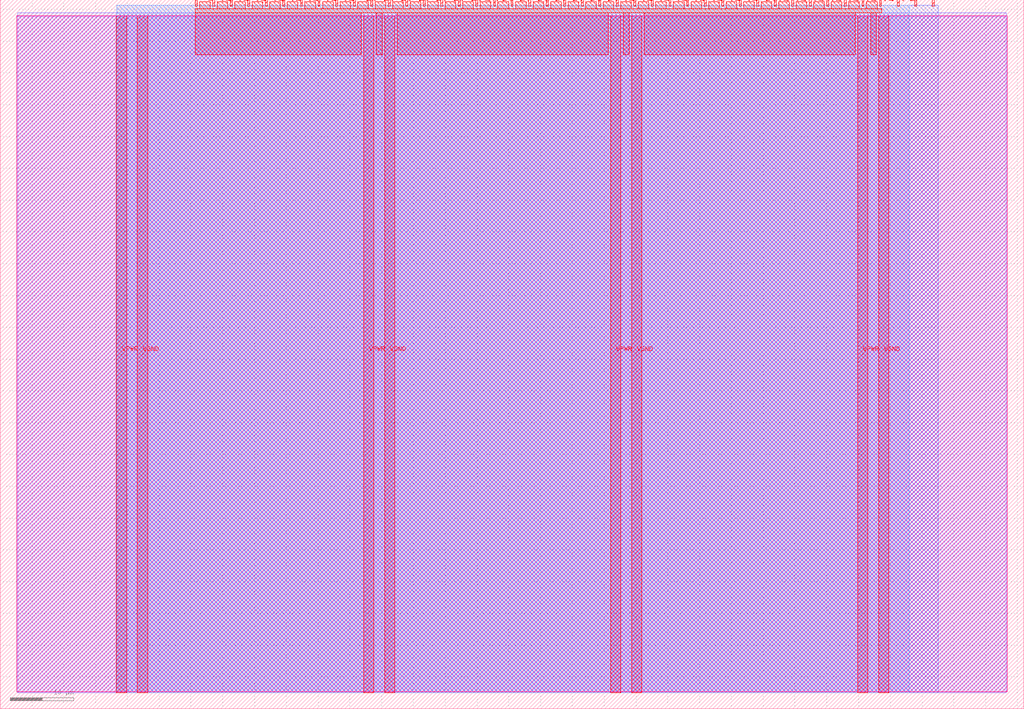
<source format=lef>
VERSION 5.7 ;
  NOWIREEXTENSIONATPIN ON ;
  DIVIDERCHAR "/" ;
  BUSBITCHARS "[]" ;
MACRO tt_um_michaelmcculloch_alu
  CLASS BLOCK ;
  FOREIGN tt_um_michaelmcculloch_alu ;
  ORIGIN 0.000 0.000 ;
  SIZE 161.000 BY 111.520 ;
  PIN VGND
    DIRECTION INOUT ;
    USE GROUND ;
    PORT
      LAYER met4 ;
        RECT 21.580 2.480 23.180 109.040 ;
    END
    PORT
      LAYER met4 ;
        RECT 60.450 2.480 62.050 109.040 ;
    END
    PORT
      LAYER met4 ;
        RECT 99.320 2.480 100.920 109.040 ;
    END
    PORT
      LAYER met4 ;
        RECT 138.190 2.480 139.790 109.040 ;
    END
  END VGND
  PIN VPWR
    DIRECTION INOUT ;
    USE POWER ;
    PORT
      LAYER met4 ;
        RECT 18.280 2.480 19.880 109.040 ;
    END
    PORT
      LAYER met4 ;
        RECT 57.150 2.480 58.750 109.040 ;
    END
    PORT
      LAYER met4 ;
        RECT 96.020 2.480 97.620 109.040 ;
    END
    PORT
      LAYER met4 ;
        RECT 134.890 2.480 136.490 109.040 ;
    END
  END VPWR
  PIN clk
    DIRECTION INPUT ;
    USE SIGNAL ;
    PORT
      LAYER met4 ;
        RECT 143.830 110.520 144.130 111.520 ;
    END
  END clk
  PIN ena
    DIRECTION INPUT ;
    USE SIGNAL ;
    PORT
      LAYER met4 ;
        RECT 146.590 110.520 146.890 111.520 ;
    END
  END ena
  PIN rst_n
    DIRECTION INPUT ;
    USE SIGNAL ;
    PORT
      LAYER met4 ;
        RECT 141.070 110.520 141.370 111.520 ;
    END
  END rst_n
  PIN ui_in[0]
    DIRECTION INPUT ;
    USE SIGNAL ;
    ANTENNAGATEAREA 0.196500 ;
    PORT
      LAYER met4 ;
        RECT 138.310 110.520 138.610 111.520 ;
    END
  END ui_in[0]
  PIN ui_in[1]
    DIRECTION INPUT ;
    USE SIGNAL ;
    ANTENNAGATEAREA 0.196500 ;
    PORT
      LAYER met4 ;
        RECT 135.550 110.520 135.850 111.520 ;
    END
  END ui_in[1]
  PIN ui_in[2]
    DIRECTION INPUT ;
    USE SIGNAL ;
    ANTENNAGATEAREA 0.213000 ;
    PORT
      LAYER met4 ;
        RECT 132.790 110.520 133.090 111.520 ;
    END
  END ui_in[2]
  PIN ui_in[3]
    DIRECTION INPUT ;
    USE SIGNAL ;
    ANTENNAGATEAREA 0.196500 ;
    PORT
      LAYER met4 ;
        RECT 130.030 110.520 130.330 111.520 ;
    END
  END ui_in[3]
  PIN ui_in[4]
    DIRECTION INPUT ;
    USE SIGNAL ;
    ANTENNAGATEAREA 0.213000 ;
    PORT
      LAYER met4 ;
        RECT 127.270 110.520 127.570 111.520 ;
    END
  END ui_in[4]
  PIN ui_in[5]
    DIRECTION INPUT ;
    USE SIGNAL ;
    ANTENNAGATEAREA 0.213000 ;
    PORT
      LAYER met4 ;
        RECT 124.510 110.520 124.810 111.520 ;
    END
  END ui_in[5]
  PIN ui_in[6]
    DIRECTION INPUT ;
    USE SIGNAL ;
    ANTENNAGATEAREA 0.126000 ;
    PORT
      LAYER met4 ;
        RECT 121.750 110.520 122.050 111.520 ;
    END
  END ui_in[6]
  PIN ui_in[7]
    DIRECTION INPUT ;
    USE SIGNAL ;
    ANTENNAGATEAREA 0.126000 ;
    PORT
      LAYER met4 ;
        RECT 118.990 110.520 119.290 111.520 ;
    END
  END ui_in[7]
  PIN uio_in[0]
    DIRECTION INPUT ;
    USE SIGNAL ;
    ANTENNAGATEAREA 0.213000 ;
    PORT
      LAYER met4 ;
        RECT 116.230 110.520 116.530 111.520 ;
    END
  END uio_in[0]
  PIN uio_in[1]
    DIRECTION INPUT ;
    USE SIGNAL ;
    ANTENNAGATEAREA 0.159000 ;
    PORT
      LAYER met4 ;
        RECT 113.470 110.520 113.770 111.520 ;
    END
  END uio_in[1]
  PIN uio_in[2]
    DIRECTION INPUT ;
    USE SIGNAL ;
    ANTENNAGATEAREA 0.213000 ;
    PORT
      LAYER met4 ;
        RECT 110.710 110.520 111.010 111.520 ;
    END
  END uio_in[2]
  PIN uio_in[3]
    DIRECTION INPUT ;
    USE SIGNAL ;
    ANTENNAGATEAREA 0.213000 ;
    PORT
      LAYER met4 ;
        RECT 107.950 110.520 108.250 111.520 ;
    END
  END uio_in[3]
  PIN uio_in[4]
    DIRECTION INPUT ;
    USE SIGNAL ;
    ANTENNAGATEAREA 0.213000 ;
    PORT
      LAYER met4 ;
        RECT 105.190 110.520 105.490 111.520 ;
    END
  END uio_in[4]
  PIN uio_in[5]
    DIRECTION INPUT ;
    USE SIGNAL ;
    ANTENNAGATEAREA 0.159000 ;
    PORT
      LAYER met4 ;
        RECT 102.430 110.520 102.730 111.520 ;
    END
  END uio_in[5]
  PIN uio_in[6]
    DIRECTION INPUT ;
    USE SIGNAL ;
    ANTENNAGATEAREA 0.196500 ;
    PORT
      LAYER met4 ;
        RECT 99.670 110.520 99.970 111.520 ;
    END
  END uio_in[6]
  PIN uio_in[7]
    DIRECTION INPUT ;
    USE SIGNAL ;
    ANTENNAGATEAREA 0.196500 ;
    PORT
      LAYER met4 ;
        RECT 96.910 110.520 97.210 111.520 ;
    END
  END uio_in[7]
  PIN uio_oe[0]
    DIRECTION OUTPUT ;
    USE SIGNAL ;
    PORT
      LAYER met4 ;
        RECT 49.990 110.520 50.290 111.520 ;
    END
  END uio_oe[0]
  PIN uio_oe[1]
    DIRECTION OUTPUT ;
    USE SIGNAL ;
    PORT
      LAYER met4 ;
        RECT 47.230 110.520 47.530 111.520 ;
    END
  END uio_oe[1]
  PIN uio_oe[2]
    DIRECTION OUTPUT ;
    USE SIGNAL ;
    PORT
      LAYER met4 ;
        RECT 44.470 110.520 44.770 111.520 ;
    END
  END uio_oe[2]
  PIN uio_oe[3]
    DIRECTION OUTPUT ;
    USE SIGNAL ;
    PORT
      LAYER met4 ;
        RECT 41.710 110.520 42.010 111.520 ;
    END
  END uio_oe[3]
  PIN uio_oe[4]
    DIRECTION OUTPUT ;
    USE SIGNAL ;
    PORT
      LAYER met4 ;
        RECT 38.950 110.520 39.250 111.520 ;
    END
  END uio_oe[4]
  PIN uio_oe[5]
    DIRECTION OUTPUT ;
    USE SIGNAL ;
    PORT
      LAYER met4 ;
        RECT 36.190 110.520 36.490 111.520 ;
    END
  END uio_oe[5]
  PIN uio_oe[6]
    DIRECTION OUTPUT ;
    USE SIGNAL ;
    PORT
      LAYER met4 ;
        RECT 33.430 110.520 33.730 111.520 ;
    END
  END uio_oe[6]
  PIN uio_oe[7]
    DIRECTION OUTPUT ;
    USE SIGNAL ;
    PORT
      LAYER met4 ;
        RECT 30.670 110.520 30.970 111.520 ;
    END
  END uio_oe[7]
  PIN uio_out[0]
    DIRECTION OUTPUT ;
    USE SIGNAL ;
    PORT
      LAYER met4 ;
        RECT 72.070 110.520 72.370 111.520 ;
    END
  END uio_out[0]
  PIN uio_out[1]
    DIRECTION OUTPUT ;
    USE SIGNAL ;
    PORT
      LAYER met4 ;
        RECT 69.310 110.520 69.610 111.520 ;
    END
  END uio_out[1]
  PIN uio_out[2]
    DIRECTION OUTPUT ;
    USE SIGNAL ;
    PORT
      LAYER met4 ;
        RECT 66.550 110.520 66.850 111.520 ;
    END
  END uio_out[2]
  PIN uio_out[3]
    DIRECTION OUTPUT ;
    USE SIGNAL ;
    PORT
      LAYER met4 ;
        RECT 63.790 110.520 64.090 111.520 ;
    END
  END uio_out[3]
  PIN uio_out[4]
    DIRECTION OUTPUT ;
    USE SIGNAL ;
    PORT
      LAYER met4 ;
        RECT 61.030 110.520 61.330 111.520 ;
    END
  END uio_out[4]
  PIN uio_out[5]
    DIRECTION OUTPUT ;
    USE SIGNAL ;
    PORT
      LAYER met4 ;
        RECT 58.270 110.520 58.570 111.520 ;
    END
  END uio_out[5]
  PIN uio_out[6]
    DIRECTION OUTPUT ;
    USE SIGNAL ;
    PORT
      LAYER met4 ;
        RECT 55.510 110.520 55.810 111.520 ;
    END
  END uio_out[6]
  PIN uio_out[7]
    DIRECTION OUTPUT ;
    USE SIGNAL ;
    PORT
      LAYER met4 ;
        RECT 52.750 110.520 53.050 111.520 ;
    END
  END uio_out[7]
  PIN uo_out[0]
    DIRECTION OUTPUT ;
    USE SIGNAL ;
    ANTENNADIFFAREA 0.445500 ;
    PORT
      LAYER met4 ;
        RECT 94.150 110.520 94.450 111.520 ;
    END
  END uo_out[0]
  PIN uo_out[1]
    DIRECTION OUTPUT ;
    USE SIGNAL ;
    ANTENNADIFFAREA 0.445500 ;
    PORT
      LAYER met4 ;
        RECT 91.390 110.520 91.690 111.520 ;
    END
  END uo_out[1]
  PIN uo_out[2]
    DIRECTION OUTPUT ;
    USE SIGNAL ;
    ANTENNADIFFAREA 0.445500 ;
    PORT
      LAYER met4 ;
        RECT 88.630 110.520 88.930 111.520 ;
    END
  END uo_out[2]
  PIN uo_out[3]
    DIRECTION OUTPUT ;
    USE SIGNAL ;
    ANTENNADIFFAREA 0.445500 ;
    PORT
      LAYER met4 ;
        RECT 85.870 110.520 86.170 111.520 ;
    END
  END uo_out[3]
  PIN uo_out[4]
    DIRECTION OUTPUT ;
    USE SIGNAL ;
    ANTENNADIFFAREA 0.445500 ;
    PORT
      LAYER met4 ;
        RECT 83.110 110.520 83.410 111.520 ;
    END
  END uo_out[4]
  PIN uo_out[5]
    DIRECTION OUTPUT ;
    USE SIGNAL ;
    ANTENNADIFFAREA 0.445500 ;
    PORT
      LAYER met4 ;
        RECT 80.350 110.520 80.650 111.520 ;
    END
  END uo_out[5]
  PIN uo_out[6]
    DIRECTION OUTPUT ;
    USE SIGNAL ;
    ANTENNADIFFAREA 0.445500 ;
    PORT
      LAYER met4 ;
        RECT 77.590 110.520 77.890 111.520 ;
    END
  END uo_out[6]
  PIN uo_out[7]
    DIRECTION OUTPUT ;
    USE SIGNAL ;
    ANTENNADIFFAREA 0.445500 ;
    PORT
      LAYER met4 ;
        RECT 74.830 110.520 75.130 111.520 ;
    END
  END uo_out[7]
  OBS
      LAYER nwell ;
        RECT 2.570 2.635 158.430 108.990 ;
      LAYER li1 ;
        RECT 2.760 2.635 158.240 108.885 ;
      LAYER met1 ;
        RECT 2.760 2.480 158.240 109.440 ;
      LAYER met2 ;
        RECT 18.310 2.535 147.560 110.685 ;
      LAYER met3 ;
        RECT 18.290 2.555 142.995 110.665 ;
      LAYER met4 ;
        RECT 31.370 110.120 33.030 111.170 ;
        RECT 34.130 110.120 35.790 111.170 ;
        RECT 36.890 110.120 38.550 111.170 ;
        RECT 39.650 110.120 41.310 111.170 ;
        RECT 42.410 110.120 44.070 111.170 ;
        RECT 45.170 110.120 46.830 111.170 ;
        RECT 47.930 110.120 49.590 111.170 ;
        RECT 50.690 110.120 52.350 111.170 ;
        RECT 53.450 110.120 55.110 111.170 ;
        RECT 56.210 110.120 57.870 111.170 ;
        RECT 58.970 110.120 60.630 111.170 ;
        RECT 61.730 110.120 63.390 111.170 ;
        RECT 64.490 110.120 66.150 111.170 ;
        RECT 67.250 110.120 68.910 111.170 ;
        RECT 70.010 110.120 71.670 111.170 ;
        RECT 72.770 110.120 74.430 111.170 ;
        RECT 75.530 110.120 77.190 111.170 ;
        RECT 78.290 110.120 79.950 111.170 ;
        RECT 81.050 110.120 82.710 111.170 ;
        RECT 83.810 110.120 85.470 111.170 ;
        RECT 86.570 110.120 88.230 111.170 ;
        RECT 89.330 110.120 90.990 111.170 ;
        RECT 92.090 110.120 93.750 111.170 ;
        RECT 94.850 110.120 96.510 111.170 ;
        RECT 97.610 110.120 99.270 111.170 ;
        RECT 100.370 110.120 102.030 111.170 ;
        RECT 103.130 110.120 104.790 111.170 ;
        RECT 105.890 110.120 107.550 111.170 ;
        RECT 108.650 110.120 110.310 111.170 ;
        RECT 111.410 110.120 113.070 111.170 ;
        RECT 114.170 110.120 115.830 111.170 ;
        RECT 116.930 110.120 118.590 111.170 ;
        RECT 119.690 110.120 121.350 111.170 ;
        RECT 122.450 110.120 124.110 111.170 ;
        RECT 125.210 110.120 126.870 111.170 ;
        RECT 127.970 110.120 129.630 111.170 ;
        RECT 130.730 110.120 132.390 111.170 ;
        RECT 133.490 110.120 135.150 111.170 ;
        RECT 136.250 110.120 137.910 111.170 ;
        RECT 30.655 109.440 138.625 110.120 ;
        RECT 30.655 102.855 56.750 109.440 ;
        RECT 59.150 102.855 60.050 109.440 ;
        RECT 62.450 102.855 95.620 109.440 ;
        RECT 98.020 102.855 98.920 109.440 ;
        RECT 101.320 102.855 134.490 109.440 ;
        RECT 136.890 102.855 137.790 109.440 ;
  END
END tt_um_michaelmcculloch_alu
END LIBRARY


</source>
